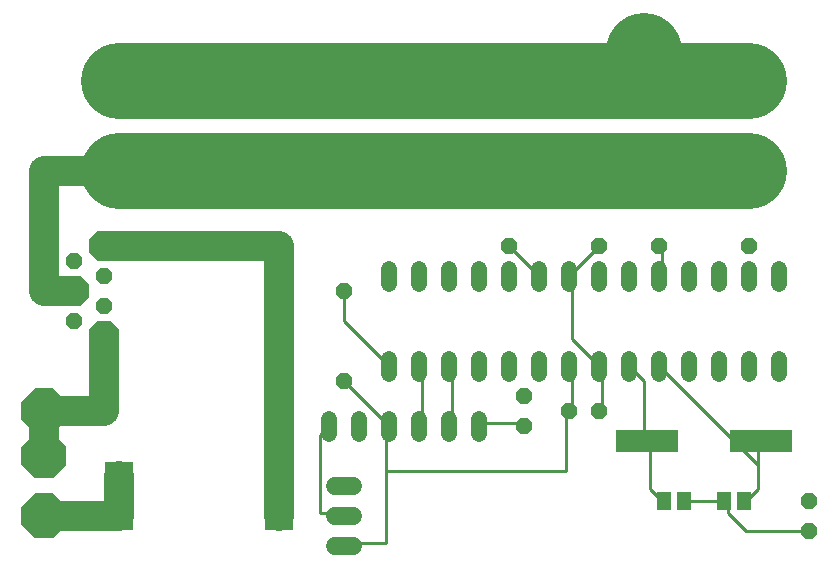
<source format=gtl>
G75*
G70*
%OFA0B0*%
%FSLAX24Y24*%
%IPPOS*%
%LPD*%
%AMOC8*
5,1,8,0,0,1.08239X$1,22.5*
%
%ADD10C,0.0600*%
%ADD11OC8,0.1000*%
%ADD12OC8,0.0560*%
%ADD13C,0.0520*%
%ADD14R,0.2100X0.0760*%
%ADD15R,0.0512X0.0591*%
%ADD16OC8,0.1240*%
%ADD17C,0.1240*%
%ADD18OC8,0.0520*%
%ADD19OC8,0.1500*%
%ADD20R,0.0945X0.0945*%
%ADD21C,0.0100*%
%ADD22C,0.1000*%
%ADD23C,0.2540*%
D10*
X010841Y002324D02*
X011441Y002324D01*
X011441Y003324D02*
X010841Y003324D01*
X010841Y004324D02*
X011441Y004324D01*
D11*
X003141Y009324D03*
X002141Y010824D03*
X003141Y012324D03*
D12*
X002141Y011824D03*
X003141Y011324D03*
X003141Y010324D03*
X002141Y009824D03*
D13*
X010641Y006584D02*
X010641Y006064D01*
X011641Y006064D02*
X011641Y006584D01*
X012641Y006584D02*
X012641Y006064D01*
X013641Y006064D02*
X013641Y006584D01*
X014641Y006584D02*
X014641Y006064D01*
X015641Y006064D02*
X015641Y006584D01*
X015641Y008064D02*
X015641Y008584D01*
X016641Y008584D02*
X016641Y008064D01*
X017641Y008064D02*
X017641Y008584D01*
X018641Y008584D02*
X018641Y008064D01*
X019641Y008064D02*
X019641Y008584D01*
X020641Y008584D02*
X020641Y008064D01*
X021641Y008064D02*
X021641Y008584D01*
X022641Y008584D02*
X022641Y008064D01*
X023641Y008064D02*
X023641Y008584D01*
X024641Y008584D02*
X024641Y008064D01*
X025641Y008064D02*
X025641Y008584D01*
X025641Y011064D02*
X025641Y011584D01*
X024641Y011584D02*
X024641Y011064D01*
X023641Y011064D02*
X023641Y011584D01*
X022641Y011584D02*
X022641Y011064D01*
X021641Y011064D02*
X021641Y011584D01*
X020641Y011584D02*
X020641Y011064D01*
X019641Y011064D02*
X019641Y011584D01*
X018641Y011584D02*
X018641Y011064D01*
X017641Y011064D02*
X017641Y011584D01*
X016641Y011584D02*
X016641Y011064D01*
X015641Y011064D02*
X015641Y011584D01*
X014641Y011584D02*
X014641Y011064D01*
X013641Y011064D02*
X013641Y011584D01*
X012641Y011584D02*
X012641Y011064D01*
X012641Y008584D02*
X012641Y008064D01*
X013641Y008064D02*
X013641Y008584D01*
X014641Y008584D02*
X014641Y008064D01*
D14*
X021241Y005824D03*
X025041Y005824D03*
D15*
X024476Y003824D03*
X023806Y003824D03*
X022476Y003824D03*
X021806Y003824D03*
D16*
X024641Y017824D03*
X017641Y017824D03*
X010641Y017824D03*
X003641Y017824D03*
D17*
X003641Y014824D03*
X010641Y014824D03*
X017641Y014824D03*
X024641Y014824D03*
D18*
X024641Y012324D03*
X021641Y012324D03*
X019641Y012324D03*
X016641Y012324D03*
X011141Y010824D03*
X011141Y007824D03*
X017141Y007324D03*
X017141Y006324D03*
X018641Y006824D03*
X019641Y006824D03*
X026641Y003824D03*
X026641Y002824D03*
D19*
X001141Y003324D03*
X001141Y005324D03*
X001141Y006824D03*
X021141Y018824D03*
D20*
X008956Y004663D03*
X008956Y003324D03*
X003641Y003324D03*
X003641Y004663D03*
D21*
X010341Y003424D02*
X010341Y006024D01*
X010641Y006324D01*
X011141Y007824D02*
X012641Y006324D01*
X012541Y006224D01*
X012541Y004824D01*
X018541Y004824D01*
X018541Y006824D01*
X018641Y006824D01*
X018741Y006824D01*
X018741Y008224D01*
X018641Y008324D01*
X018741Y009224D02*
X019641Y008324D01*
X019741Y008224D01*
X019741Y006824D01*
X019641Y006824D01*
X021141Y005824D02*
X021241Y005824D01*
X021341Y005824D01*
X021341Y004224D01*
X021741Y003824D01*
X021806Y003824D01*
X022476Y003824D02*
X023806Y003824D01*
X023941Y003824D01*
X023941Y003424D01*
X024541Y002824D01*
X026641Y002824D01*
X024941Y004224D02*
X024941Y005024D01*
X021641Y008324D01*
X021141Y007824D02*
X020641Y008324D01*
X021141Y007824D02*
X021141Y005824D01*
X024476Y003824D02*
X024541Y003824D01*
X024941Y004224D01*
X024941Y005024D02*
X024941Y005824D01*
X025041Y005824D01*
X018741Y009224D02*
X018741Y011224D01*
X018641Y011324D01*
X019641Y012324D01*
X021641Y012324D02*
X021741Y012224D01*
X021741Y011424D01*
X021641Y011324D01*
X017641Y011324D02*
X016641Y012324D01*
X014641Y008324D02*
X014741Y008224D01*
X014741Y006424D01*
X014641Y006324D01*
X013741Y006424D02*
X013641Y006324D01*
X013741Y006424D02*
X013741Y008224D01*
X013641Y008324D01*
X012641Y008324D02*
X011141Y009824D01*
X011141Y010824D01*
X015641Y006324D02*
X015741Y006424D01*
X017141Y006424D01*
X017141Y006324D01*
X012541Y004824D02*
X012541Y002424D01*
X011141Y002424D01*
X011141Y002324D01*
X011141Y003324D02*
X011141Y003424D01*
X010341Y003424D01*
D22*
X008956Y003324D02*
X008956Y004663D01*
X008956Y012324D01*
X003141Y012324D01*
X002141Y010824D02*
X001141Y010824D01*
X001141Y014824D01*
X003641Y014824D01*
X003141Y009324D02*
X003141Y006824D01*
X001141Y006824D01*
X001141Y005324D01*
X003641Y004663D02*
X003641Y003324D01*
X001141Y003324D01*
D23*
X003641Y014824D02*
X010641Y014824D01*
X017641Y014824D01*
X024641Y014824D01*
X024641Y017824D02*
X021141Y017824D01*
X021141Y018824D01*
X017641Y017824D02*
X024641Y017824D01*
X017641Y017824D02*
X010641Y017824D01*
X003641Y017824D01*
M02*

</source>
